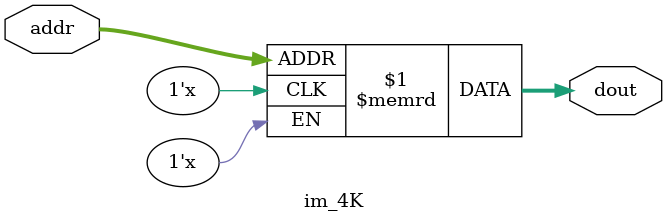
<source format=v>
module im_4K( addr, dout);
    input [29:0] addr;
    output  [31:0] dout;
    
    reg [31:0] imem[127:0];
  
//code initial  here
//initial
//begin
//
//end

assign  dout = imem[addr];
    
endmodule    



























</source>
